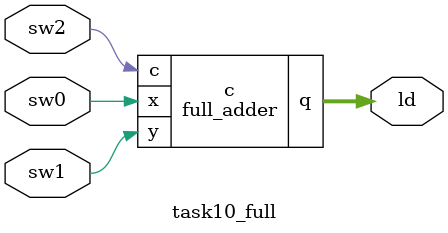
<source format=v>

module half_adder(
    input x,
    input y,
    output [1:0]q
);
    //q[0]: sum, q[1]: carry_out
    
    //sum
    assign q[0] = (x && !y)||(!x && y); 
    //carry
    assign q[1] = x && y;
    
endmodule // half_adder

module full_adder(
    input x,
    input y,
    input c,
    output [1:0]q 
);
    //q[0]: sum, q[1]: carry_out
    
    wire [1:0] w0;
    wire [1:0] w1;
    
    //sum
    half_adder c0(.x(x), .y(y), .q(w0));
    half_adder c1(.x(w0[0]), .y(c), .q(w1));
    // sum
    assign q[0] = w1[0];
    // carry
    assign q[1] = w0[1] || w1[1];
    
endmodule // full_adder

module task10_full(
    input sw0,
    input sw1,
    input sw2,
    output [1:0] ld
);
    
    full_adder c(.x(sw0), .y(sw1), .c(sw2), .q(ld));

endmodule // task10_full

</source>
